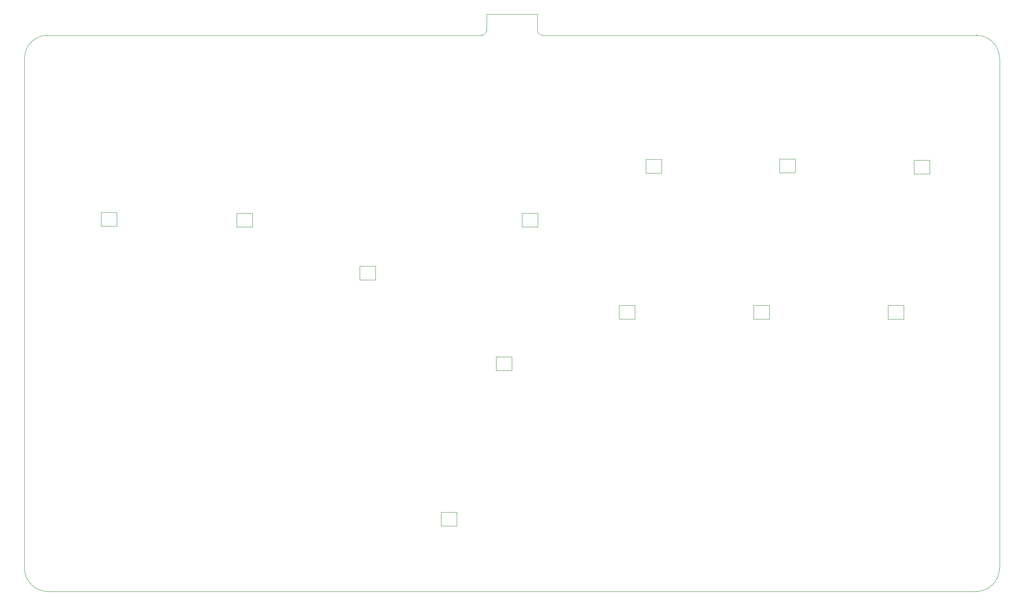
<source format=gm1>
%TF.GenerationSoftware,KiCad,Pcbnew,(6.0.0)*%
%TF.CreationDate,2022-11-06T23:16:27-06:00*%
%TF.ProjectId,Flatbox-rev4,466c6174-626f-4782-9d72-6576342e6b69,rev?*%
%TF.SameCoordinates,Original*%
%TF.FileFunction,Profile,NP*%
%FSLAX46Y46*%
G04 Gerber Fmt 4.6, Leading zero omitted, Abs format (unit mm)*
G04 Created by KiCad (PCBNEW (6.0.0)) date 2022-11-06 23:16:27*
%MOMM*%
%LPD*%
G01*
G04 APERTURE LIST*
%TA.AperFunction,Profile*%
%ADD10C,0.050000*%
%TD*%
%TA.AperFunction,Profile*%
%ADD11C,0.120000*%
%TD*%
G04 APERTURE END LIST*
D10*
X150500000Y-25500000D02*
X150500000Y-29000000D01*
X45000000Y-30000000D02*
X138500000Y-30000000D01*
X250000000Y-35000000D02*
X250000000Y-145000000D01*
X245000000Y-150000000D02*
X45000000Y-150000000D01*
X40000000Y-145000000D02*
X40000000Y-35000000D01*
X151500000Y-30000000D02*
X245000000Y-30000000D01*
X138500000Y-30000000D02*
G75*
G03*
X139500000Y-29000000I1J999999D01*
G01*
X250000000Y-35000000D02*
G75*
G03*
X245000000Y-30000000I-5000000J0D01*
G01*
X245000000Y-150000000D02*
G75*
G03*
X250000000Y-145000000I0J5000000D01*
G01*
X150500000Y-29000000D02*
G75*
G03*
X151500000Y-30000000I999999J-1D01*
G01*
X45000000Y-30000000D02*
G75*
G03*
X40000000Y-35000000I0J-5000000D01*
G01*
X40000000Y-145000000D02*
G75*
G03*
X45000000Y-150000000I5000000J0D01*
G01*
X139500000Y-25500000D02*
X150500000Y-25500000D01*
X139500000Y-29000000D02*
X139500000Y-25500000D01*
D11*
X129745000Y-132866000D02*
X129745000Y-135866000D01*
X129745000Y-135866000D02*
X133145000Y-135866000D01*
X133145000Y-135866000D02*
X133145000Y-132866000D01*
X133145000Y-132866000D02*
X129745000Y-132866000D01*
X144956000Y-99338000D02*
X141556000Y-99338000D01*
X144956000Y-102338000D02*
X144956000Y-99338000D01*
X141556000Y-102338000D02*
X144956000Y-102338000D01*
X141556000Y-99338000D02*
X141556000Y-102338000D01*
X226011000Y-88289000D02*
X226011000Y-91289000D01*
X226011000Y-91289000D02*
X229411000Y-91289000D01*
X229411000Y-88289000D02*
X226011000Y-88289000D01*
X229411000Y-91289000D02*
X229411000Y-88289000D01*
X168099000Y-91289000D02*
X171499000Y-91289000D01*
X171499000Y-88289000D02*
X168099000Y-88289000D01*
X171499000Y-91289000D02*
X171499000Y-88289000D01*
X168099000Y-88289000D02*
X168099000Y-91289000D01*
X197055000Y-88289000D02*
X197055000Y-91289000D01*
X200455000Y-91289000D02*
X200455000Y-88289000D01*
X200455000Y-88289000D02*
X197055000Y-88289000D01*
X197055000Y-91289000D02*
X200455000Y-91289000D01*
X231599000Y-59920000D02*
X234999000Y-59920000D01*
X234999000Y-56920000D02*
X231599000Y-56920000D01*
X234999000Y-59920000D02*
X234999000Y-56920000D01*
X231599000Y-56920000D02*
X231599000Y-59920000D01*
X177214000Y-56793000D02*
X173814000Y-56793000D01*
X177214000Y-59793000D02*
X177214000Y-56793000D01*
X173814000Y-59793000D02*
X177214000Y-59793000D01*
X173814000Y-56793000D02*
X173814000Y-59793000D01*
X206043000Y-59666000D02*
X206043000Y-56666000D01*
X202643000Y-56666000D02*
X202643000Y-59666000D01*
X206043000Y-56666000D02*
X202643000Y-56666000D01*
X202643000Y-59666000D02*
X206043000Y-59666000D01*
X89076000Y-68350000D02*
X85676000Y-68350000D01*
X89076000Y-71350000D02*
X89076000Y-68350000D01*
X85676000Y-71350000D02*
X89076000Y-71350000D01*
X85676000Y-68350000D02*
X85676000Y-71350000D01*
X150544000Y-71350000D02*
X150544000Y-68350000D01*
X150544000Y-68350000D02*
X147144000Y-68350000D01*
X147144000Y-71350000D02*
X150544000Y-71350000D01*
X147144000Y-68350000D02*
X147144000Y-71350000D01*
X59866000Y-71223000D02*
X59866000Y-68223000D01*
X56466000Y-71223000D02*
X59866000Y-71223000D01*
X56466000Y-68223000D02*
X56466000Y-71223000D01*
X59866000Y-68223000D02*
X56466000Y-68223000D01*
X115619000Y-79780000D02*
X112219000Y-79780000D01*
X112219000Y-79780000D02*
X112219000Y-82780000D01*
X112219000Y-82780000D02*
X115619000Y-82780000D01*
X115619000Y-82780000D02*
X115619000Y-79780000D01*
M02*

</source>
